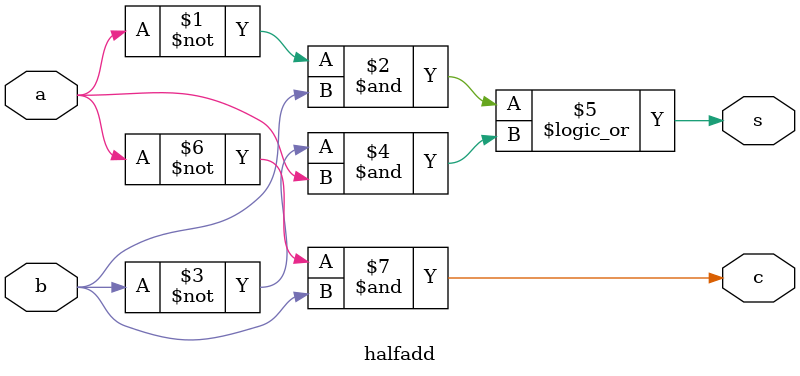
<source format=v>
module halfadd (a, b, s, c);
  input a, b;
  output s, c;
  assign s = ~a&b || ~b&a;
  assign c = ~a&b;
endmodule

</source>
